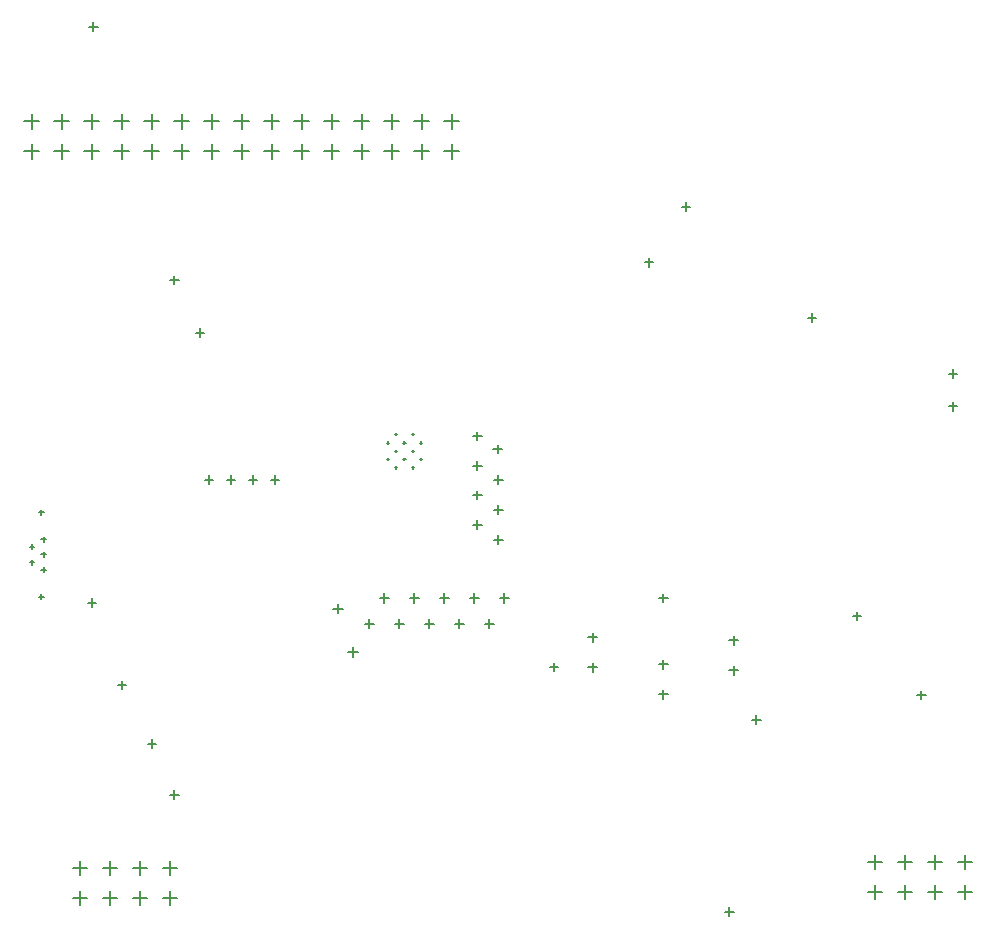
<source format=gbr>
G04*
G04 #@! TF.GenerationSoftware,Altium Limited,Altium Designer,25.3.3 (18)*
G04*
G04 Layer_Color=128*
%FSLAX44Y44*%
%MOMM*%
G71*
G04*
G04 #@! TF.SameCoordinates,28098AB9-3807-4A49-8781-5BF9FE85299D*
G04*
G04*
G04 #@! TF.FilePolarity,Positive*
G04*
G01*
G75*
%ADD16C,0.1270*%
D16*
X494030Y240030D02*
X501650D01*
X497840Y236220D02*
Y243840D01*
X494030Y265430D02*
X501650D01*
X497840Y261620D02*
Y269240D01*
X57531Y44450D02*
X69469D01*
X63500Y38481D02*
Y50419D01*
X82931Y44450D02*
X94869D01*
X88900Y38481D02*
Y50419D01*
X108331Y44450D02*
X120269D01*
X114300Y38481D02*
Y50419D01*
X133731Y44450D02*
X145669D01*
X139700Y38481D02*
Y50419D01*
X57531Y69850D02*
X69469D01*
X63500Y63881D02*
Y75819D01*
X82931Y69850D02*
X94869D01*
X88900Y63881D02*
Y75819D01*
X108331Y69850D02*
X120269D01*
X114300Y63881D02*
Y75819D01*
X133731Y69850D02*
X145669D01*
X139700Y63881D02*
Y75819D01*
X372110Y676910D02*
X384810D01*
X378460Y670560D02*
Y683260D01*
X372110Y702310D02*
X384810D01*
X378460Y695960D02*
Y708660D01*
X346710Y676910D02*
X359410D01*
X353060Y670560D02*
Y683260D01*
X346710Y702310D02*
X359410D01*
X353060Y695960D02*
Y708660D01*
X321310Y676910D02*
X334010D01*
X327660Y670560D02*
Y683260D01*
X321310Y702310D02*
X334010D01*
X327660Y695960D02*
Y708660D01*
X295910Y676910D02*
X308610D01*
X302260Y670560D02*
Y683260D01*
X295910Y702310D02*
X308610D01*
X302260Y695960D02*
Y708660D01*
X270510Y676910D02*
X283210D01*
X276860Y670560D02*
Y683260D01*
X270510Y702310D02*
X283210D01*
X276860Y695960D02*
Y708660D01*
X245110Y676910D02*
X257810D01*
X251460Y670560D02*
Y683260D01*
X245110Y702310D02*
X257810D01*
X251460Y695960D02*
Y708660D01*
X219710Y676910D02*
X232410D01*
X226060Y670560D02*
Y683260D01*
X219710Y702310D02*
X232410D01*
X226060Y695960D02*
Y708660D01*
X194310Y676910D02*
X207010D01*
X200660Y670560D02*
Y683260D01*
X194310Y702310D02*
X207010D01*
X200660Y695960D02*
Y708660D01*
X168910Y676910D02*
X181610D01*
X175260Y670560D02*
Y683260D01*
X168910Y702310D02*
X181610D01*
X175260Y695960D02*
Y708660D01*
X143510Y676910D02*
X156210D01*
X149860Y670560D02*
Y683260D01*
X143510Y702310D02*
X156210D01*
X149860Y695960D02*
Y708660D01*
X118110Y676910D02*
X130810D01*
X124460Y670560D02*
Y683260D01*
X118110Y702310D02*
X130810D01*
X124460Y695960D02*
Y708660D01*
X92710Y676910D02*
X105410D01*
X99060Y670560D02*
Y683260D01*
X92710Y702310D02*
X105410D01*
X99060Y695960D02*
Y708660D01*
X67310Y676910D02*
X80010D01*
X73660Y670560D02*
Y683260D01*
X67310Y702310D02*
X80010D01*
X73660Y695960D02*
Y708660D01*
X41910Y676910D02*
X54610D01*
X48260Y670560D02*
Y683260D01*
X41910Y702310D02*
X54610D01*
X48260Y695960D02*
Y708660D01*
X16510Y676910D02*
X29210D01*
X22860Y670560D02*
Y683260D01*
X16510Y702310D02*
X29210D01*
X22860Y695960D02*
Y708660D01*
X337190Y430180D02*
X339190D01*
X338190Y429180D02*
Y431180D01*
X323190Y430180D02*
X325190D01*
X324190Y429180D02*
Y431180D01*
X351190Y430180D02*
X353190D01*
X352190Y429180D02*
Y431180D01*
X323190Y416180D02*
X325190D01*
X324190Y415180D02*
Y417180D01*
X337190Y416180D02*
X339190D01*
X338190Y415180D02*
Y417180D01*
X351190Y416180D02*
X353190D01*
X352190Y415180D02*
Y417180D01*
X330190Y437180D02*
X332190D01*
X331190Y436180D02*
Y438180D01*
X344190Y437180D02*
X346190D01*
X345190Y436180D02*
Y438180D01*
X330190Y423180D02*
X332190D01*
X331190Y422180D02*
Y424180D01*
X344190Y423180D02*
X346190D01*
X345190Y422180D02*
Y424180D01*
X330190Y409180D02*
X332190D01*
X331190Y408180D02*
Y410180D01*
X344190Y409180D02*
X346190D01*
X345190Y408180D02*
Y410180D01*
X20860Y328930D02*
X24860D01*
X22860Y326930D02*
Y330930D01*
X20860Y341930D02*
X24860D01*
X22860Y339930D02*
Y343930D01*
X30860Y322430D02*
X34860D01*
X32860Y320430D02*
Y324430D01*
X30860Y335430D02*
X34860D01*
X32860Y333430D02*
Y337430D01*
X28660Y371180D02*
X32660D01*
X30660Y369180D02*
Y373180D01*
X28660Y299680D02*
X32660D01*
X30660Y297680D02*
Y301680D01*
X30860Y348430D02*
X34860D01*
X32860Y346430D02*
Y350430D01*
X613410Y237490D02*
X621030D01*
X617220Y233680D02*
Y241300D01*
X613410Y262890D02*
X621030D01*
X617220Y259080D02*
Y266700D01*
X553720Y217170D02*
X561340D01*
X557530Y213360D02*
Y220980D01*
X553720Y242570D02*
X561340D01*
X557530Y238760D02*
Y246380D01*
X730631Y49530D02*
X742569D01*
X736600Y43561D02*
Y55499D01*
X756031Y49530D02*
X767969D01*
X762000Y43561D02*
Y55499D01*
X781431Y49530D02*
X793369D01*
X787400Y43561D02*
Y55499D01*
X806831Y49530D02*
X818769D01*
X812800Y43561D02*
Y55499D01*
X730631Y74930D02*
X742569D01*
X736600Y68961D02*
Y80899D01*
X756031Y74930D02*
X767969D01*
X762000Y68961D02*
Y80899D01*
X781431Y74930D02*
X793369D01*
X787400Y68961D02*
Y80899D01*
X806831Y74930D02*
X818769D01*
X812800Y68961D02*
Y80899D01*
X798890Y488510D02*
X806390D01*
X802640Y484760D02*
Y492260D01*
X798890Y461010D02*
X806390D01*
X802640Y457260D02*
Y464760D01*
X120904Y175260D02*
X128016D01*
X124460Y171704D02*
Y178816D01*
X717804Y283210D02*
X724916D01*
X721360Y279654D02*
Y286766D01*
X406146Y276860D02*
X414274D01*
X410210Y272796D02*
Y280924D01*
X290576Y252730D02*
X298704D01*
X294640Y248666D02*
Y256794D01*
X277876Y289560D02*
X286004D01*
X281940Y285496D02*
Y293624D01*
X632714Y195580D02*
X639826D01*
X636270Y192024D02*
Y199136D01*
X553974Y298450D02*
X561086D01*
X557530Y294894D02*
Y302006D01*
X609854Y33020D02*
X616966D01*
X613410Y29464D02*
Y36576D01*
X139954Y132080D02*
X147066D01*
X143510Y128524D02*
Y135636D01*
X772414Y216535D02*
X779526D01*
X775970Y212979D02*
Y220091D01*
X139954Y567690D02*
X147066D01*
X143510Y564134D02*
Y571246D01*
X161544Y523240D02*
X168656D01*
X165100Y519684D02*
Y526796D01*
X169164Y398780D02*
X176276D01*
X172720Y395224D02*
Y402336D01*
X187791Y398780D02*
X194903D01*
X191347Y395224D02*
Y402336D01*
X206417Y398780D02*
X213529D01*
X209973Y395224D02*
Y402336D01*
X225044Y398780D02*
X232156D01*
X228600Y395224D02*
Y402336D01*
X304546Y276860D02*
X312674D01*
X308610Y272796D02*
Y280924D01*
X71374Y782320D02*
X78486D01*
X74930Y778764D02*
Y785876D01*
X541737Y582668D02*
X548849D01*
X545293Y579112D02*
Y586224D01*
X342646Y298450D02*
X350774D01*
X346710Y294386D02*
Y302514D01*
X368046Y298450D02*
X376174D01*
X372110Y294386D02*
Y302514D01*
X317246Y298450D02*
X325374D01*
X321310Y294386D02*
Y302514D01*
X380746Y276860D02*
X388874D01*
X384810Y272796D02*
Y280924D01*
X396494Y360680D02*
X403606D01*
X400050Y357124D02*
Y364236D01*
X396507Y435597D02*
X403619D01*
X400063Y432041D02*
Y439153D01*
X396494Y410633D02*
X403606D01*
X400050Y407077D02*
Y414189D01*
X413600Y424802D02*
X420712D01*
X417155Y421246D02*
Y428358D01*
X414274Y398780D02*
X421386D01*
X417830Y395224D02*
Y402336D01*
X414274Y373380D02*
X421386D01*
X417830Y369824D02*
Y376936D01*
X396494Y385657D02*
X403606D01*
X400050Y382101D02*
Y389213D01*
X414274Y347980D02*
X421386D01*
X417830Y344424D02*
Y351536D01*
X679704Y535940D02*
X686816D01*
X683260Y532384D02*
Y539496D01*
X573024Y629920D02*
X580136D01*
X576580Y626364D02*
Y633476D01*
X95504Y224790D02*
X102616D01*
X99060Y221234D02*
Y228346D01*
X461264Y240030D02*
X468376D01*
X464820Y236474D02*
Y243586D01*
X70104Y294640D02*
X77216D01*
X73660Y291084D02*
Y298196D01*
X418846Y298450D02*
X426974D01*
X422910Y294386D02*
Y302514D01*
X393446Y298450D02*
X401574D01*
X397510Y294386D02*
Y302514D01*
X355346Y276860D02*
X363474D01*
X359410Y272796D02*
Y280924D01*
X329946Y276860D02*
X338074D01*
X334010Y272796D02*
Y280924D01*
M02*

</source>
